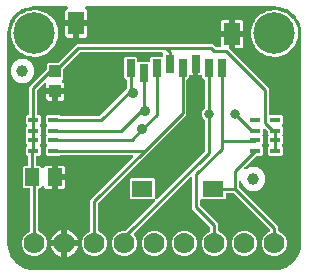
<source format=gbr>
G04 EAGLE Gerber RS-274X export*
G75*
%MOMM*%
%FSLAX34Y34*%
%LPD*%
%INTop Copper*%
%IPPOS*%
%AMOC8*
5,1,8,0,0,1.08239X$1,22.5*%
G01*
%ADD10C,3.516000*%
%ADD11C,1.000000*%
%ADD12R,1.400000X1.900000*%
%ADD13R,1.800000X1.400000*%
%ADD14R,0.700000X1.500000*%
%ADD15C,1.778000*%
%ADD16R,1.240000X1.500000*%
%ADD17R,1.000000X1.075000*%
%ADD18R,0.900000X0.450000*%
%ADD19C,0.906400*%
%ADD20C,0.254000*%
%ADD21C,0.812800*%

G36*
X228622Y2543D02*
X228622Y2543D01*
X228700Y2545D01*
X232077Y2810D01*
X232145Y2824D01*
X232214Y2829D01*
X232370Y2869D01*
X238794Y4956D01*
X238901Y5006D01*
X239012Y5050D01*
X239063Y5083D01*
X239082Y5091D01*
X239097Y5104D01*
X239148Y5136D01*
X244612Y9107D01*
X244699Y9188D01*
X244746Y9227D01*
X244752Y9231D01*
X244753Y9232D01*
X244791Y9264D01*
X244829Y9310D01*
X244844Y9324D01*
X244855Y9342D01*
X244893Y9388D01*
X248864Y14852D01*
X248921Y14956D01*
X248985Y15056D01*
X249007Y15113D01*
X249017Y15131D01*
X249022Y15151D01*
X249044Y15206D01*
X251131Y21630D01*
X251144Y21698D01*
X251167Y21764D01*
X251190Y21923D01*
X251455Y25300D01*
X251455Y25304D01*
X251456Y25307D01*
X251455Y25326D01*
X251459Y25400D01*
X251459Y203200D01*
X251457Y203222D01*
X251455Y203300D01*
X251190Y206677D01*
X251176Y206745D01*
X251171Y206814D01*
X251131Y206970D01*
X249044Y213394D01*
X248993Y213501D01*
X248950Y213612D01*
X248917Y213663D01*
X248909Y213682D01*
X248896Y213697D01*
X248864Y213748D01*
X247171Y216078D01*
X247153Y216097D01*
X247139Y216120D01*
X247044Y216213D01*
X246953Y216309D01*
X246931Y216324D01*
X246912Y216342D01*
X246798Y216408D01*
X246792Y216424D01*
X246789Y216451D01*
X246740Y216575D01*
X246697Y216700D01*
X246682Y216722D01*
X246672Y216747D01*
X246586Y216883D01*
X244893Y219213D01*
X244812Y219299D01*
X244736Y219391D01*
X244690Y219429D01*
X244676Y219444D01*
X244658Y219455D01*
X244612Y219493D01*
X239148Y223464D01*
X239044Y223521D01*
X238944Y223585D01*
X238887Y223607D01*
X238869Y223617D01*
X238849Y223622D01*
X238794Y223644D01*
X232370Y225731D01*
X232302Y225744D01*
X232236Y225767D01*
X232077Y225790D01*
X228700Y226055D01*
X228678Y226054D01*
X228600Y226059D01*
X69210Y226059D01*
X69059Y226040D01*
X68907Y226023D01*
X68901Y226020D01*
X68894Y226019D01*
X68753Y225964D01*
X68610Y225909D01*
X68605Y225905D01*
X68599Y225902D01*
X68476Y225813D01*
X68351Y225725D01*
X68347Y225719D01*
X68341Y225716D01*
X68244Y225598D01*
X68146Y225482D01*
X68143Y225476D01*
X68138Y225471D01*
X68074Y225333D01*
X68007Y225195D01*
X68006Y225189D01*
X68003Y225183D01*
X67974Y225035D01*
X67944Y224884D01*
X67944Y224877D01*
X67943Y224871D01*
X67953Y224718D01*
X67960Y224566D01*
X67962Y224560D01*
X67963Y224553D01*
X68010Y224409D01*
X68055Y224263D01*
X68059Y224257D01*
X68061Y224251D01*
X68142Y224123D01*
X68223Y223992D01*
X68227Y223988D01*
X68231Y223982D01*
X68341Y223878D01*
X68452Y223772D01*
X68458Y223769D01*
X68463Y223764D01*
X68596Y223691D01*
X68729Y223615D01*
X68737Y223613D01*
X68741Y223610D01*
X68751Y223608D01*
X68816Y223586D01*
X69410Y223243D01*
X69883Y222770D01*
X70218Y222191D01*
X70391Y221544D01*
X70391Y214249D01*
X62120Y214249D01*
X62002Y214234D01*
X61883Y214227D01*
X61845Y214214D01*
X61805Y214209D01*
X61694Y214165D01*
X61581Y214129D01*
X61546Y214107D01*
X61509Y214092D01*
X61413Y214022D01*
X61312Y213959D01*
X61284Y213929D01*
X61252Y213905D01*
X61176Y213814D01*
X61094Y213727D01*
X61075Y213692D01*
X61049Y213660D01*
X60998Y213553D01*
X60941Y213449D01*
X60930Y213409D01*
X60913Y213373D01*
X60891Y213256D01*
X60861Y213141D01*
X60857Y213080D01*
X60853Y213060D01*
X60855Y213040D01*
X60851Y212980D01*
X60851Y211709D01*
X60849Y211709D01*
X60849Y212980D01*
X60834Y213098D01*
X60827Y213217D01*
X60814Y213255D01*
X60809Y213295D01*
X60765Y213406D01*
X60729Y213519D01*
X60707Y213554D01*
X60692Y213591D01*
X60622Y213687D01*
X60559Y213788D01*
X60529Y213816D01*
X60505Y213848D01*
X60414Y213924D01*
X60327Y214006D01*
X60292Y214025D01*
X60260Y214051D01*
X60153Y214102D01*
X60049Y214159D01*
X60009Y214170D01*
X59973Y214187D01*
X59856Y214209D01*
X59741Y214239D01*
X59680Y214243D01*
X59660Y214247D01*
X59640Y214245D01*
X59580Y214249D01*
X51309Y214249D01*
X51309Y221544D01*
X51482Y222191D01*
X51817Y222770D01*
X52290Y223243D01*
X52911Y223602D01*
X52961Y223622D01*
X53101Y223678D01*
X53107Y223682D01*
X53113Y223684D01*
X53236Y223776D01*
X53359Y223864D01*
X53363Y223870D01*
X53368Y223874D01*
X53464Y223992D01*
X53562Y224109D01*
X53564Y224116D01*
X53569Y224121D01*
X53632Y224260D01*
X53697Y224397D01*
X53698Y224404D01*
X53701Y224410D01*
X53728Y224561D01*
X53757Y224710D01*
X53757Y224716D01*
X53758Y224723D01*
X53747Y224876D01*
X53737Y225027D01*
X53735Y225033D01*
X53735Y225040D01*
X53686Y225185D01*
X53639Y225329D01*
X53636Y225335D01*
X53633Y225341D01*
X53551Y225468D01*
X53469Y225598D01*
X53464Y225603D01*
X53460Y225608D01*
X53350Y225711D01*
X53237Y225816D01*
X53231Y225819D01*
X53227Y225824D01*
X53093Y225896D01*
X52959Y225970D01*
X52952Y225971D01*
X52946Y225974D01*
X52798Y226011D01*
X52651Y226049D01*
X52642Y226050D01*
X52638Y226051D01*
X52627Y226051D01*
X52490Y226059D01*
X25400Y226059D01*
X25378Y226057D01*
X25300Y226055D01*
X21923Y225790D01*
X21855Y225776D01*
X21786Y225771D01*
X21630Y225731D01*
X18892Y224841D01*
X18867Y224830D01*
X18841Y224824D01*
X18724Y224763D01*
X18604Y224706D01*
X18583Y224689D01*
X18560Y224677D01*
X18462Y224589D01*
X18445Y224588D01*
X18418Y224593D01*
X18286Y224585D01*
X18153Y224583D01*
X18127Y224575D01*
X18101Y224574D01*
X17945Y224534D01*
X15206Y223644D01*
X15099Y223594D01*
X14988Y223550D01*
X14937Y223517D01*
X14918Y223509D01*
X14903Y223496D01*
X14852Y223464D01*
X9388Y219493D01*
X9301Y219412D01*
X9209Y219336D01*
X9171Y219290D01*
X9156Y219276D01*
X9145Y219258D01*
X9107Y219212D01*
X5136Y213748D01*
X5079Y213644D01*
X5015Y213544D01*
X4993Y213487D01*
X4983Y213469D01*
X4978Y213449D01*
X4956Y213394D01*
X2869Y206970D01*
X2856Y206902D01*
X2833Y206836D01*
X2810Y206677D01*
X2545Y203300D01*
X2546Y203278D01*
X2541Y203200D01*
X2541Y25400D01*
X2543Y25378D01*
X2545Y25300D01*
X2810Y21923D01*
X2824Y21855D01*
X2829Y21786D01*
X2869Y21630D01*
X4956Y15206D01*
X5006Y15099D01*
X5050Y14988D01*
X5083Y14937D01*
X5091Y14918D01*
X5104Y14903D01*
X5136Y14852D01*
X9107Y9388D01*
X9127Y9366D01*
X9138Y9348D01*
X9184Y9305D01*
X9188Y9301D01*
X9264Y9209D01*
X9310Y9171D01*
X9324Y9156D01*
X9342Y9145D01*
X9388Y9107D01*
X14596Y5322D01*
X14852Y5136D01*
X14956Y5079D01*
X15056Y5015D01*
X15113Y4993D01*
X15131Y4983D01*
X15151Y4978D01*
X15206Y4956D01*
X21630Y2869D01*
X21698Y2856D01*
X21764Y2833D01*
X21923Y2810D01*
X25300Y2545D01*
X25322Y2546D01*
X25400Y2541D01*
X228600Y2541D01*
X228622Y2543D01*
G37*
%LPC*%
G36*
X23278Y14731D02*
X23278Y14731D01*
X19357Y16355D01*
X16355Y19357D01*
X14731Y23278D01*
X14731Y27522D01*
X16355Y31443D01*
X19357Y34445D01*
X21314Y35255D01*
X21339Y35270D01*
X21367Y35279D01*
X21477Y35348D01*
X21590Y35413D01*
X21611Y35433D01*
X21636Y35449D01*
X21725Y35544D01*
X21818Y35634D01*
X21834Y35659D01*
X21854Y35681D01*
X21917Y35794D01*
X21985Y35905D01*
X21993Y35933D01*
X22008Y35959D01*
X22040Y36085D01*
X22078Y36209D01*
X22080Y36239D01*
X22087Y36267D01*
X22097Y36428D01*
X22097Y70732D01*
X22082Y70850D01*
X22075Y70969D01*
X22062Y71007D01*
X22057Y71048D01*
X22014Y71158D01*
X21977Y71271D01*
X21955Y71306D01*
X21940Y71343D01*
X21871Y71439D01*
X21807Y71540D01*
X21777Y71568D01*
X21754Y71601D01*
X21662Y71677D01*
X21575Y71758D01*
X21540Y71778D01*
X21509Y71803D01*
X21401Y71854D01*
X21297Y71912D01*
X21257Y71922D01*
X21221Y71939D01*
X21104Y71961D01*
X20989Y71991D01*
X20929Y71995D01*
X20909Y71999D01*
X20888Y71997D01*
X20828Y72001D01*
X16583Y72001D01*
X15541Y73043D01*
X15541Y89517D01*
X16583Y90559D01*
X18948Y90559D01*
X19066Y90574D01*
X19185Y90581D01*
X19223Y90594D01*
X19264Y90599D01*
X19374Y90642D01*
X19487Y90679D01*
X19522Y90701D01*
X19559Y90716D01*
X19655Y90785D01*
X19756Y90849D01*
X19784Y90879D01*
X19817Y90902D01*
X19893Y90994D01*
X19974Y91081D01*
X19994Y91116D01*
X20019Y91147D01*
X20070Y91255D01*
X20128Y91359D01*
X20138Y91399D01*
X20155Y91435D01*
X20177Y91552D01*
X20207Y91667D01*
X20211Y91727D01*
X20215Y91747D01*
X20213Y91768D01*
X20217Y91828D01*
X20217Y98542D01*
X20202Y98660D01*
X20195Y98779D01*
X20182Y98817D01*
X20177Y98858D01*
X20134Y98968D01*
X20097Y99081D01*
X20075Y99116D01*
X20060Y99153D01*
X19991Y99249D01*
X19927Y99350D01*
X19897Y99378D01*
X19874Y99411D01*
X19782Y99487D01*
X19695Y99568D01*
X19660Y99588D01*
X19629Y99613D01*
X19521Y99664D01*
X19417Y99722D01*
X19377Y99732D01*
X19350Y99745D01*
X18241Y100853D01*
X18241Y106827D01*
X18857Y107443D01*
X18930Y107537D01*
X19009Y107626D01*
X19027Y107662D01*
X19052Y107694D01*
X19099Y107803D01*
X19153Y107909D01*
X19162Y107948D01*
X19178Y107986D01*
X19197Y108103D01*
X19223Y108219D01*
X19222Y108260D01*
X19228Y108300D01*
X19217Y108418D01*
X19213Y108537D01*
X19202Y108576D01*
X19198Y108616D01*
X19158Y108728D01*
X19125Y108843D01*
X19104Y108878D01*
X19091Y108916D01*
X19024Y109014D01*
X18963Y109117D01*
X18924Y109162D01*
X18912Y109179D01*
X18897Y109192D01*
X18857Y109238D01*
X18241Y109853D01*
X18241Y115827D01*
X18357Y115943D01*
X18430Y116037D01*
X18509Y116126D01*
X18527Y116162D01*
X18552Y116194D01*
X18599Y116303D01*
X18653Y116409D01*
X18662Y116449D01*
X18678Y116486D01*
X18697Y116603D01*
X18723Y116719D01*
X18722Y116760D01*
X18728Y116800D01*
X18717Y116919D01*
X18713Y117037D01*
X18702Y117076D01*
X18698Y117116D01*
X18658Y117229D01*
X18625Y117343D01*
X18604Y117378D01*
X18591Y117416D01*
X18524Y117514D01*
X18463Y117617D01*
X18424Y117662D01*
X18412Y117679D01*
X18397Y117692D01*
X18357Y117738D01*
X18241Y117853D01*
X18241Y123827D01*
X18857Y124442D01*
X18930Y124536D01*
X19009Y124626D01*
X19027Y124662D01*
X19052Y124694D01*
X19099Y124803D01*
X19153Y124909D01*
X19162Y124948D01*
X19178Y124986D01*
X19197Y125103D01*
X19223Y125219D01*
X19222Y125260D01*
X19228Y125300D01*
X19217Y125418D01*
X19213Y125537D01*
X19202Y125576D01*
X19198Y125616D01*
X19158Y125729D01*
X19125Y125843D01*
X19104Y125877D01*
X19091Y125916D01*
X19024Y126014D01*
X18963Y126117D01*
X18924Y126162D01*
X18912Y126179D01*
X18897Y126192D01*
X18857Y126237D01*
X18241Y126853D01*
X18241Y132827D01*
X19283Y133869D01*
X19948Y133869D01*
X20066Y133884D01*
X20185Y133891D01*
X20223Y133904D01*
X20264Y133909D01*
X20374Y133952D01*
X20487Y133989D01*
X20522Y134011D01*
X20559Y134026D01*
X20655Y134095D01*
X20756Y134159D01*
X20784Y134189D01*
X20817Y134212D01*
X20893Y134304D01*
X20974Y134391D01*
X20994Y134426D01*
X21019Y134457D01*
X21070Y134565D01*
X21128Y134669D01*
X21138Y134709D01*
X21155Y134745D01*
X21177Y134862D01*
X21207Y134977D01*
X21211Y135037D01*
X21215Y135057D01*
X21213Y135078D01*
X21217Y135138D01*
X21217Y157968D01*
X23523Y160274D01*
X23524Y160274D01*
X36030Y172780D01*
X36090Y172859D01*
X36158Y172931D01*
X36187Y172984D01*
X36224Y173032D01*
X36264Y173123D01*
X36312Y173209D01*
X36327Y173268D01*
X36351Y173323D01*
X36366Y173421D01*
X36391Y173517D01*
X36397Y173617D01*
X36401Y173638D01*
X36399Y173650D01*
X36401Y173678D01*
X36401Y177172D01*
X37443Y178214D01*
X45137Y178214D01*
X45235Y178226D01*
X45334Y178229D01*
X45393Y178246D01*
X45453Y178254D01*
X45545Y178290D01*
X45640Y178318D01*
X45692Y178348D01*
X45748Y178371D01*
X45829Y178429D01*
X45914Y178479D01*
X45989Y178545D01*
X46006Y178557D01*
X46014Y178567D01*
X46035Y178585D01*
X58946Y191496D01*
X61252Y193803D01*
X176628Y193803D01*
X178796Y191634D01*
X178875Y191574D01*
X178947Y191506D01*
X179000Y191477D01*
X179048Y191440D01*
X179139Y191400D01*
X179225Y191352D01*
X179284Y191337D01*
X179339Y191313D01*
X179437Y191298D01*
X179533Y191273D01*
X179633Y191267D01*
X179654Y191263D01*
X179666Y191265D01*
X179694Y191263D01*
X182087Y191263D01*
X182212Y191279D01*
X182337Y191288D01*
X182369Y191298D01*
X182403Y191303D01*
X182520Y191349D01*
X182639Y191389D01*
X182667Y191407D01*
X182699Y191420D01*
X182800Y191493D01*
X182906Y191562D01*
X182929Y191587D01*
X182956Y191606D01*
X183036Y191703D01*
X183121Y191796D01*
X183137Y191825D01*
X183159Y191851D01*
X183212Y191965D01*
X183272Y192076D01*
X183280Y192109D01*
X183294Y192139D01*
X183318Y192262D01*
X183348Y192385D01*
X183348Y192418D01*
X183354Y192451D01*
X183346Y192577D01*
X183345Y192703D01*
X183335Y192751D01*
X183334Y192769D01*
X183328Y192789D01*
X183313Y192861D01*
X183309Y192876D01*
X183309Y200171D01*
X190311Y200171D01*
X190311Y190806D01*
X190323Y190708D01*
X190326Y190609D01*
X190343Y190550D01*
X190351Y190490D01*
X190387Y190398D01*
X190415Y190303D01*
X190445Y190251D01*
X190468Y190195D01*
X190526Y190114D01*
X190576Y190029D01*
X190643Y189954D01*
X190655Y189937D01*
X190664Y189929D01*
X190683Y189908D01*
X224283Y156308D01*
X224283Y135138D01*
X224298Y135020D01*
X224305Y134901D01*
X224318Y134863D01*
X224323Y134822D01*
X224366Y134712D01*
X224403Y134599D01*
X224425Y134564D01*
X224440Y134527D01*
X224509Y134431D01*
X224573Y134330D01*
X224603Y134302D01*
X224626Y134269D01*
X224718Y134193D01*
X224805Y134112D01*
X224840Y134092D01*
X224871Y134067D01*
X224979Y134016D01*
X225083Y133958D01*
X225123Y133948D01*
X225159Y133931D01*
X225276Y133909D01*
X225391Y133879D01*
X225451Y133875D01*
X225471Y133871D01*
X225492Y133873D01*
X225552Y133869D01*
X234717Y133869D01*
X235759Y132827D01*
X235759Y126853D01*
X235143Y126238D01*
X235070Y126144D01*
X234991Y126054D01*
X234973Y126018D01*
X234948Y125986D01*
X234901Y125877D01*
X234847Y125771D01*
X234838Y125732D01*
X234822Y125694D01*
X234803Y125577D01*
X234777Y125461D01*
X234778Y125420D01*
X234772Y125380D01*
X234783Y125262D01*
X234787Y125143D01*
X234798Y125104D01*
X234802Y125064D01*
X234842Y124951D01*
X234875Y124837D01*
X234896Y124803D01*
X234909Y124764D01*
X234976Y124666D01*
X235037Y124563D01*
X235076Y124518D01*
X235088Y124501D01*
X235103Y124488D01*
X235143Y124443D01*
X235759Y123827D01*
X235759Y117853D01*
X235643Y117737D01*
X235570Y117643D01*
X235491Y117554D01*
X235473Y117518D01*
X235448Y117486D01*
X235401Y117377D01*
X235347Y117271D01*
X235338Y117231D01*
X235322Y117194D01*
X235303Y117077D01*
X235277Y116961D01*
X235278Y116920D01*
X235272Y116880D01*
X235283Y116761D01*
X235287Y116643D01*
X235298Y116604D01*
X235302Y116564D01*
X235342Y116451D01*
X235375Y116337D01*
X235396Y116302D01*
X235409Y116264D01*
X235476Y116166D01*
X235537Y116063D01*
X235576Y116018D01*
X235588Y116001D01*
X235603Y115988D01*
X235643Y115942D01*
X235759Y115827D01*
X235759Y109853D01*
X235143Y109237D01*
X235070Y109143D01*
X234991Y109054D01*
X234973Y109018D01*
X234948Y108986D01*
X234901Y108877D01*
X234847Y108771D01*
X234838Y108732D01*
X234822Y108694D01*
X234803Y108577D01*
X234777Y108461D01*
X234778Y108420D01*
X234772Y108380D01*
X234783Y108262D01*
X234787Y108143D01*
X234798Y108104D01*
X234802Y108064D01*
X234842Y107952D01*
X234875Y107837D01*
X234896Y107802D01*
X234909Y107764D01*
X234976Y107666D01*
X235037Y107563D01*
X235076Y107518D01*
X235088Y107501D01*
X235103Y107488D01*
X235143Y107442D01*
X235759Y106827D01*
X235759Y100853D01*
X234717Y99811D01*
X224243Y99811D01*
X223201Y100853D01*
X223201Y106827D01*
X223817Y107442D01*
X223890Y107536D01*
X223969Y107626D01*
X223987Y107662D01*
X224012Y107694D01*
X224059Y107803D01*
X224113Y107909D01*
X224122Y107948D01*
X224138Y107986D01*
X224157Y108103D01*
X224183Y108219D01*
X224182Y108260D01*
X224188Y108300D01*
X224177Y108418D01*
X224173Y108537D01*
X224162Y108576D01*
X224158Y108616D01*
X224118Y108729D01*
X224085Y108843D01*
X224064Y108877D01*
X224051Y108916D01*
X223984Y109014D01*
X223923Y109117D01*
X223884Y109162D01*
X223872Y109179D01*
X223857Y109192D01*
X223817Y109237D01*
X223201Y109853D01*
X223201Y115827D01*
X223317Y115942D01*
X223390Y116037D01*
X223469Y116126D01*
X223487Y116162D01*
X223512Y116194D01*
X223559Y116303D01*
X223613Y116409D01*
X223622Y116448D01*
X223638Y116486D01*
X223657Y116603D01*
X223683Y116719D01*
X223682Y116760D01*
X223688Y116800D01*
X223677Y116918D01*
X223673Y117037D01*
X223662Y117076D01*
X223658Y117116D01*
X223618Y117228D01*
X223585Y117343D01*
X223564Y117378D01*
X223551Y117416D01*
X223484Y117514D01*
X223423Y117617D01*
X223384Y117662D01*
X223372Y117679D01*
X223357Y117692D01*
X223317Y117737D01*
X223201Y117853D01*
X223201Y119502D01*
X223189Y119601D01*
X223186Y119700D01*
X223169Y119758D01*
X223161Y119818D01*
X223125Y119910D01*
X223097Y120005D01*
X223067Y120057D01*
X223044Y120114D01*
X222986Y120194D01*
X222936Y120279D01*
X222870Y120355D01*
X222858Y120371D01*
X222848Y120379D01*
X222830Y120400D01*
X220925Y122304D01*
X220816Y122389D01*
X220709Y122478D01*
X220690Y122487D01*
X220674Y122499D01*
X220546Y122554D01*
X220421Y122613D01*
X220401Y122617D01*
X220382Y122625D01*
X220244Y122647D01*
X220108Y122673D01*
X220088Y122672D01*
X220068Y122675D01*
X219929Y122662D01*
X219791Y122653D01*
X219772Y122647D01*
X219752Y122645D01*
X219620Y122598D01*
X219489Y122555D01*
X219471Y122545D01*
X219452Y122538D01*
X219337Y122460D01*
X219220Y122385D01*
X219206Y122370D01*
X219189Y122359D01*
X219097Y122255D01*
X219002Y122154D01*
X218992Y122136D01*
X218979Y122121D01*
X218915Y121997D01*
X218848Y121875D01*
X218843Y121856D01*
X218834Y121837D01*
X218804Y121702D01*
X218769Y121567D01*
X218767Y121539D01*
X218764Y121527D01*
X218765Y121507D01*
X218759Y121407D01*
X218759Y117853D01*
X218643Y117737D01*
X218570Y117643D01*
X218491Y117554D01*
X218473Y117518D01*
X218448Y117486D01*
X218401Y117377D01*
X218347Y117271D01*
X218338Y117231D01*
X218322Y117194D01*
X218303Y117077D01*
X218277Y116961D01*
X218278Y116920D01*
X218272Y116880D01*
X218283Y116761D01*
X218287Y116643D01*
X218298Y116604D01*
X218302Y116564D01*
X218342Y116451D01*
X218375Y116337D01*
X218396Y116302D01*
X218409Y116264D01*
X218476Y116166D01*
X218537Y116063D01*
X218576Y116018D01*
X218588Y116001D01*
X218603Y115988D01*
X218643Y115942D01*
X218759Y115827D01*
X218759Y109853D01*
X218143Y109237D01*
X218070Y109143D01*
X217991Y109054D01*
X217973Y109018D01*
X217948Y108986D01*
X217901Y108877D01*
X217847Y108771D01*
X217838Y108732D01*
X217822Y108694D01*
X217803Y108577D01*
X217777Y108461D01*
X217778Y108420D01*
X217772Y108380D01*
X217783Y108262D01*
X217787Y108143D01*
X217798Y108104D01*
X217802Y108064D01*
X217842Y107952D01*
X217875Y107837D01*
X217896Y107802D01*
X217909Y107764D01*
X217976Y107666D01*
X218037Y107563D01*
X218076Y107518D01*
X218088Y107501D01*
X218103Y107488D01*
X218143Y107442D01*
X218759Y106827D01*
X218759Y100853D01*
X217717Y99811D01*
X213648Y99811D01*
X213550Y99799D01*
X213451Y99796D01*
X213392Y99779D01*
X213332Y99771D01*
X213240Y99735D01*
X213145Y99707D01*
X213093Y99677D01*
X213037Y99654D01*
X212957Y99596D01*
X212871Y99546D01*
X212796Y99480D01*
X212779Y99468D01*
X212771Y99458D01*
X212750Y99440D01*
X203556Y90245D01*
X203462Y90124D01*
X203368Y90005D01*
X203365Y89999D01*
X203361Y89994D01*
X203300Y89853D01*
X203239Y89715D01*
X203237Y89708D01*
X203235Y89702D01*
X203211Y89551D01*
X203185Y89401D01*
X203186Y89395D01*
X203185Y89388D01*
X203199Y89236D01*
X203212Y89084D01*
X203214Y89078D01*
X203215Y89071D01*
X203266Y88928D01*
X203316Y88784D01*
X203320Y88778D01*
X203322Y88772D01*
X203407Y88647D01*
X203492Y88519D01*
X203497Y88515D01*
X203501Y88509D01*
X203615Y88408D01*
X203728Y88306D01*
X203734Y88303D01*
X203739Y88298D01*
X203876Y88229D01*
X204010Y88159D01*
X204016Y88157D01*
X204023Y88154D01*
X204171Y88120D01*
X204319Y88086D01*
X204326Y88086D01*
X204333Y88084D01*
X204486Y88089D01*
X204637Y88092D01*
X204644Y88094D01*
X204651Y88094D01*
X204797Y88136D01*
X204944Y88177D01*
X204952Y88181D01*
X204956Y88182D01*
X204965Y88188D01*
X205088Y88249D01*
X208140Y90011D01*
X213500Y90011D01*
X218141Y87331D01*
X220821Y82690D01*
X220821Y77330D01*
X218141Y72689D01*
X213500Y70009D01*
X208140Y70009D01*
X203499Y72689D01*
X200661Y77604D01*
X200573Y77720D01*
X200488Y77838D01*
X200477Y77847D01*
X200469Y77857D01*
X200355Y77948D01*
X200243Y78041D01*
X200230Y78047D01*
X200220Y78055D01*
X200086Y78115D01*
X199955Y78176D01*
X199942Y78179D01*
X199929Y78185D01*
X199785Y78209D01*
X199642Y78236D01*
X199629Y78235D01*
X199616Y78238D01*
X199470Y78225D01*
X199325Y78216D01*
X199312Y78212D01*
X199299Y78211D01*
X199161Y78163D01*
X199023Y78118D01*
X199011Y78111D01*
X198998Y78107D01*
X198877Y78026D01*
X198754Y77948D01*
X198745Y77938D01*
X198733Y77931D01*
X198636Y77823D01*
X198536Y77717D01*
X198529Y77705D01*
X198520Y77695D01*
X198453Y77566D01*
X198382Y77438D01*
X198379Y77425D01*
X198373Y77413D01*
X198339Y77271D01*
X198303Y77130D01*
X198302Y77112D01*
X198300Y77104D01*
X198300Y77086D01*
X198293Y76970D01*
X198293Y73604D01*
X198305Y73506D01*
X198308Y73407D01*
X198315Y73383D01*
X198315Y73382D01*
X198317Y73375D01*
X198325Y73348D01*
X198333Y73288D01*
X198369Y73196D01*
X198397Y73101D01*
X198427Y73049D01*
X198450Y72993D01*
X198508Y72913D01*
X198558Y72827D01*
X198624Y72752D01*
X198636Y72735D01*
X198646Y72727D01*
X198664Y72706D01*
X229596Y41774D01*
X231903Y39468D01*
X231903Y36428D01*
X231906Y36399D01*
X231904Y36369D01*
X231926Y36241D01*
X231943Y36112D01*
X231953Y36085D01*
X231958Y36056D01*
X232012Y35937D01*
X232060Y35817D01*
X232077Y35793D01*
X232089Y35766D01*
X232170Y35664D01*
X232246Y35559D01*
X232269Y35540D01*
X232288Y35517D01*
X232391Y35439D01*
X232491Y35356D01*
X232518Y35344D01*
X232542Y35326D01*
X232686Y35255D01*
X234643Y34445D01*
X237645Y31443D01*
X239269Y27522D01*
X239269Y23278D01*
X237645Y19357D01*
X234643Y16355D01*
X230722Y14731D01*
X226478Y14731D01*
X222557Y16355D01*
X219555Y19357D01*
X217931Y23278D01*
X217931Y27522D01*
X219555Y31443D01*
X222557Y34445D01*
X224357Y35190D01*
X224400Y35215D01*
X224447Y35232D01*
X224538Y35293D01*
X224633Y35348D01*
X224669Y35382D01*
X224710Y35410D01*
X224783Y35493D01*
X224862Y35569D01*
X224888Y35611D01*
X224921Y35649D01*
X224971Y35747D01*
X225028Y35840D01*
X225043Y35888D01*
X225065Y35932D01*
X225089Y36039D01*
X225122Y36144D01*
X225124Y36194D01*
X225135Y36242D01*
X225132Y36352D01*
X225137Y36462D01*
X225127Y36510D01*
X225125Y36560D01*
X225095Y36666D01*
X225072Y36773D01*
X225051Y36818D01*
X225037Y36866D01*
X224981Y36960D01*
X224933Y37059D01*
X224901Y37097D01*
X224875Y37140D01*
X224769Y37260D01*
X193994Y68036D01*
X193915Y68096D01*
X193843Y68164D01*
X193790Y68193D01*
X193742Y68230D01*
X193651Y68270D01*
X193565Y68318D01*
X193506Y68333D01*
X193451Y68357D01*
X193353Y68372D01*
X193257Y68397D01*
X193157Y68403D01*
X193137Y68407D01*
X193124Y68405D01*
X193096Y68407D01*
X188898Y68407D01*
X188780Y68392D01*
X188661Y68385D01*
X188623Y68372D01*
X188582Y68367D01*
X188472Y68324D01*
X188359Y68287D01*
X188324Y68265D01*
X188287Y68250D01*
X188191Y68181D01*
X188090Y68117D01*
X188062Y68087D01*
X188029Y68064D01*
X187953Y67972D01*
X187872Y67885D01*
X187852Y67850D01*
X187827Y67819D01*
X187776Y67711D01*
X187718Y67607D01*
X187708Y67567D01*
X187691Y67531D01*
X187669Y67414D01*
X187639Y67299D01*
X187635Y67239D01*
X187631Y67219D01*
X187633Y67198D01*
X187629Y67138D01*
X187629Y63973D01*
X186587Y62931D01*
X167132Y62931D01*
X167014Y62916D01*
X166895Y62909D01*
X166857Y62896D01*
X166816Y62891D01*
X166706Y62848D01*
X166593Y62811D01*
X166558Y62789D01*
X166521Y62774D01*
X166425Y62705D01*
X166324Y62641D01*
X166296Y62611D01*
X166263Y62588D01*
X166187Y62496D01*
X166106Y62409D01*
X166086Y62374D01*
X166061Y62343D01*
X166010Y62235D01*
X165952Y62131D01*
X165942Y62091D01*
X165925Y62055D01*
X165903Y61938D01*
X165873Y61823D01*
X165869Y61763D01*
X165865Y61743D01*
X165867Y61722D01*
X165863Y61662D01*
X165863Y57774D01*
X165875Y57676D01*
X165878Y57577D01*
X165895Y57518D01*
X165903Y57458D01*
X165939Y57366D01*
X165967Y57271D01*
X165997Y57219D01*
X166020Y57163D01*
X166078Y57083D01*
X166128Y56997D01*
X166194Y56922D01*
X166206Y56905D01*
X166216Y56897D01*
X166234Y56876D01*
X181103Y42008D01*
X181103Y36428D01*
X181106Y36399D01*
X181104Y36369D01*
X181126Y36241D01*
X181143Y36112D01*
X181153Y36085D01*
X181158Y36056D01*
X181212Y35937D01*
X181260Y35817D01*
X181277Y35793D01*
X181289Y35766D01*
X181370Y35664D01*
X181446Y35559D01*
X181469Y35540D01*
X181488Y35517D01*
X181591Y35439D01*
X181691Y35356D01*
X181718Y35344D01*
X181742Y35326D01*
X181886Y35255D01*
X183843Y34445D01*
X186845Y31443D01*
X188469Y27522D01*
X188469Y23278D01*
X186845Y19357D01*
X183843Y16355D01*
X179922Y14731D01*
X175678Y14731D01*
X171757Y16355D01*
X168755Y19357D01*
X167131Y23278D01*
X167131Y27522D01*
X168755Y31443D01*
X171757Y34445D01*
X173714Y35255D01*
X173739Y35270D01*
X173767Y35279D01*
X173877Y35348D01*
X173990Y35413D01*
X174011Y35433D01*
X174036Y35449D01*
X174125Y35544D01*
X174218Y35634D01*
X174234Y35659D01*
X174254Y35681D01*
X174317Y35794D01*
X174385Y35905D01*
X174393Y35933D01*
X174408Y35959D01*
X174440Y36085D01*
X174478Y36209D01*
X174480Y36239D01*
X174487Y36267D01*
X174497Y36428D01*
X174497Y38746D01*
X174485Y38844D01*
X174482Y38943D01*
X174465Y39002D01*
X174457Y39062D01*
X174421Y39154D01*
X174393Y39249D01*
X174363Y39301D01*
X174340Y39357D01*
X174282Y39437D01*
X174232Y39523D01*
X174166Y39598D01*
X174154Y39615D01*
X174144Y39623D01*
X174126Y39644D01*
X159257Y54512D01*
X159257Y80402D01*
X159240Y80540D01*
X159227Y80679D01*
X159220Y80698D01*
X159217Y80718D01*
X159166Y80847D01*
X159119Y80978D01*
X159108Y80995D01*
X159100Y81013D01*
X159019Y81126D01*
X158941Y81241D01*
X158925Y81254D01*
X158914Y81271D01*
X158806Y81360D01*
X158702Y81452D01*
X158684Y81461D01*
X158669Y81474D01*
X158543Y81533D01*
X158419Y81596D01*
X158399Y81601D01*
X158381Y81609D01*
X158245Y81635D01*
X158109Y81666D01*
X158088Y81665D01*
X158069Y81669D01*
X157930Y81660D01*
X157791Y81656D01*
X157771Y81650D01*
X157751Y81649D01*
X157619Y81606D01*
X157485Y81568D01*
X157468Y81557D01*
X157449Y81551D01*
X157331Y81477D01*
X157211Y81406D01*
X157190Y81388D01*
X157180Y81381D01*
X157166Y81366D01*
X157091Y81300D01*
X109837Y34046D01*
X109764Y33952D01*
X109685Y33863D01*
X109667Y33827D01*
X109642Y33795D01*
X109594Y33685D01*
X109540Y33579D01*
X109532Y33540D01*
X109516Y33503D01*
X109497Y33385D01*
X109471Y33269D01*
X109472Y33229D01*
X109466Y33189D01*
X109477Y33070D01*
X109480Y32951D01*
X109492Y32912D01*
X109495Y32872D01*
X109536Y32760D01*
X109569Y32646D01*
X109589Y32611D01*
X109603Y32573D01*
X109670Y32474D01*
X109730Y32372D01*
X109770Y32327D01*
X109782Y32310D01*
X109797Y32296D01*
X109837Y32251D01*
X110645Y31443D01*
X112269Y27522D01*
X112269Y23278D01*
X110645Y19357D01*
X107643Y16355D01*
X103722Y14731D01*
X99478Y14731D01*
X95557Y16355D01*
X92555Y19357D01*
X90931Y23278D01*
X90931Y27522D01*
X92555Y31443D01*
X95557Y34445D01*
X99478Y36069D01*
X101992Y36069D01*
X102090Y36081D01*
X102189Y36084D01*
X102248Y36101D01*
X102308Y36109D01*
X102400Y36145D01*
X102495Y36173D01*
X102547Y36203D01*
X102603Y36226D01*
X102683Y36284D01*
X102769Y36334D01*
X102844Y36400D01*
X102861Y36412D01*
X102869Y36422D01*
X102890Y36440D01*
X127214Y60765D01*
X127299Y60874D01*
X127388Y60981D01*
X127396Y61000D01*
X127409Y61016D01*
X127464Y61144D01*
X127523Y61269D01*
X127527Y61289D01*
X127535Y61308D01*
X127557Y61446D01*
X127583Y61582D01*
X127582Y61602D01*
X127585Y61622D01*
X127572Y61761D01*
X127563Y61899D01*
X127557Y61918D01*
X127555Y61938D01*
X127508Y62070D01*
X127465Y62201D01*
X127454Y62219D01*
X127447Y62238D01*
X127370Y62352D01*
X127295Y62470D01*
X127280Y62484D01*
X127269Y62501D01*
X127165Y62593D01*
X127063Y62688D01*
X127046Y62698D01*
X127030Y62711D01*
X126907Y62774D01*
X126785Y62842D01*
X126765Y62847D01*
X126747Y62856D01*
X126611Y62886D01*
X126477Y62921D01*
X126449Y62923D01*
X126437Y62926D01*
X126416Y62925D01*
X126316Y62931D01*
X107113Y62931D01*
X106071Y63973D01*
X106071Y79447D01*
X107113Y80489D01*
X126587Y80489D01*
X127629Y79447D01*
X127629Y64244D01*
X127646Y64106D01*
X127659Y63967D01*
X127666Y63948D01*
X127669Y63928D01*
X127720Y63799D01*
X127767Y63668D01*
X127778Y63651D01*
X127786Y63633D01*
X127867Y63520D01*
X127945Y63405D01*
X127961Y63392D01*
X127972Y63375D01*
X128080Y63287D01*
X128184Y63194D01*
X128202Y63185D01*
X128217Y63172D01*
X128343Y63113D01*
X128467Y63050D01*
X128487Y63045D01*
X128505Y63037D01*
X128641Y63011D01*
X128777Y62980D01*
X128798Y62981D01*
X128817Y62977D01*
X128956Y62986D01*
X129095Y62990D01*
X129115Y62996D01*
X129135Y62997D01*
X129267Y63040D01*
X129401Y63078D01*
X129418Y63089D01*
X129437Y63095D01*
X129555Y63169D01*
X129675Y63240D01*
X129696Y63258D01*
X129706Y63265D01*
X129720Y63280D01*
X129795Y63346D01*
X169176Y102726D01*
X169236Y102805D01*
X169304Y102877D01*
X169333Y102930D01*
X169370Y102978D01*
X169410Y103069D01*
X169458Y103155D01*
X169473Y103214D01*
X169497Y103269D01*
X169512Y103367D01*
X169537Y103463D01*
X169543Y103563D01*
X169547Y103584D01*
X169545Y103596D01*
X169547Y103624D01*
X169547Y129134D01*
X169535Y129232D01*
X169532Y129331D01*
X169515Y129390D01*
X169507Y129450D01*
X169471Y129542D01*
X169443Y129637D01*
X169413Y129689D01*
X169390Y129745D01*
X169332Y129825D01*
X169282Y129911D01*
X169216Y129986D01*
X169204Y130003D01*
X169194Y130010D01*
X169176Y130032D01*
X167897Y131310D01*
X167007Y133458D01*
X167007Y135782D01*
X167897Y137930D01*
X169176Y139208D01*
X169236Y139287D01*
X169304Y139359D01*
X169333Y139412D01*
X169370Y139460D01*
X169410Y139551D01*
X169458Y139637D01*
X169473Y139696D01*
X169497Y139752D01*
X169512Y139849D01*
X169537Y139945D01*
X169543Y140045D01*
X169547Y140066D01*
X169545Y140078D01*
X169547Y140106D01*
X169547Y163162D01*
X169532Y163280D01*
X169525Y163399D01*
X169512Y163437D01*
X169507Y163478D01*
X169464Y163588D01*
X169427Y163701D01*
X169405Y163736D01*
X169390Y163773D01*
X169321Y163869D01*
X169257Y163970D01*
X169227Y163998D01*
X169204Y164031D01*
X169112Y164107D01*
X169025Y164188D01*
X168990Y164208D01*
X168959Y164233D01*
X168851Y164284D01*
X168747Y164342D01*
X168707Y164352D01*
X168680Y164365D01*
X167571Y165473D01*
X167571Y166521D01*
X167556Y166645D01*
X167546Y166771D01*
X167536Y166803D01*
X167531Y166836D01*
X167485Y166953D01*
X167445Y167072D01*
X167427Y167101D01*
X167414Y167132D01*
X167340Y167234D01*
X167272Y167339D01*
X167247Y167362D01*
X167228Y167389D01*
X167131Y167469D01*
X167038Y167555D01*
X167009Y167571D01*
X166983Y167592D01*
X166869Y167646D01*
X166758Y167705D01*
X166725Y167713D01*
X166695Y167728D01*
X166571Y167751D01*
X166449Y167781D01*
X166416Y167781D01*
X166383Y167787D01*
X166257Y167780D01*
X166131Y167778D01*
X166083Y167769D01*
X166065Y167768D01*
X166045Y167761D01*
X165974Y167747D01*
X165685Y167669D01*
X163599Y167669D01*
X163599Y177230D01*
X163584Y177348D01*
X163577Y177467D01*
X163564Y177505D01*
X163559Y177545D01*
X163516Y177656D01*
X163479Y177769D01*
X163457Y177803D01*
X163442Y177841D01*
X163373Y177937D01*
X163309Y178038D01*
X163279Y178066D01*
X163256Y178098D01*
X163164Y178174D01*
X163077Y178256D01*
X163042Y178275D01*
X163011Y178301D01*
X162903Y178352D01*
X162799Y178409D01*
X162759Y178419D01*
X162723Y178437D01*
X162606Y178459D01*
X162491Y178489D01*
X162431Y178493D01*
X162411Y178496D01*
X162390Y178495D01*
X162330Y178499D01*
X161370Y178499D01*
X161252Y178484D01*
X161133Y178477D01*
X161095Y178464D01*
X161054Y178459D01*
X160944Y178415D01*
X160831Y178379D01*
X160796Y178357D01*
X160759Y178342D01*
X160662Y178272D01*
X160562Y178209D01*
X160534Y178179D01*
X160501Y178155D01*
X160425Y178064D01*
X160344Y177977D01*
X160324Y177942D01*
X160299Y177910D01*
X160248Y177803D01*
X160190Y177698D01*
X160180Y177659D01*
X160163Y177623D01*
X160141Y177506D01*
X160111Y177390D01*
X160107Y177330D01*
X160103Y177310D01*
X160105Y177290D01*
X160101Y177230D01*
X160101Y167669D01*
X158016Y167669D01*
X157727Y167747D01*
X157602Y167764D01*
X157478Y167787D01*
X157445Y167785D01*
X157411Y167790D01*
X157286Y167775D01*
X157161Y167768D01*
X157129Y167757D01*
X157096Y167753D01*
X156978Y167708D01*
X156859Y167670D01*
X156830Y167652D01*
X156799Y167640D01*
X156696Y167567D01*
X156590Y167499D01*
X156567Y167475D01*
X156539Y167455D01*
X156458Y167360D01*
X156372Y167268D01*
X156356Y167238D01*
X156334Y167213D01*
X156279Y167100D01*
X156218Y166989D01*
X156210Y166957D01*
X156195Y166926D01*
X156170Y166803D01*
X156139Y166681D01*
X156136Y166633D01*
X156132Y166615D01*
X156133Y166593D01*
X156129Y166521D01*
X156129Y165473D01*
X155008Y164352D01*
X154996Y164348D01*
X154883Y164311D01*
X154848Y164289D01*
X154811Y164274D01*
X154715Y164205D01*
X154614Y164141D01*
X154586Y164111D01*
X154553Y164088D01*
X154477Y163996D01*
X154396Y163909D01*
X154376Y163874D01*
X154351Y163843D01*
X154300Y163735D01*
X154242Y163631D01*
X154232Y163591D01*
X154215Y163555D01*
X154193Y163438D01*
X154163Y163323D01*
X154159Y163263D01*
X154155Y163243D01*
X154157Y163222D01*
X154153Y163162D01*
X154153Y134242D01*
X79874Y59964D01*
X79814Y59885D01*
X79746Y59813D01*
X79717Y59760D01*
X79680Y59712D01*
X79640Y59621D01*
X79592Y59535D01*
X79577Y59476D01*
X79553Y59421D01*
X79538Y59323D01*
X79513Y59227D01*
X79507Y59127D01*
X79503Y59106D01*
X79505Y59094D01*
X79503Y59066D01*
X79503Y36428D01*
X79506Y36399D01*
X79504Y36369D01*
X79526Y36241D01*
X79543Y36112D01*
X79553Y36085D01*
X79558Y36056D01*
X79612Y35937D01*
X79660Y35817D01*
X79677Y35793D01*
X79689Y35766D01*
X79770Y35664D01*
X79846Y35559D01*
X79869Y35540D01*
X79888Y35517D01*
X79991Y35439D01*
X80091Y35356D01*
X80118Y35344D01*
X80142Y35326D01*
X80286Y35255D01*
X82243Y34445D01*
X85245Y31443D01*
X86869Y27522D01*
X86869Y23278D01*
X85245Y19357D01*
X82243Y16355D01*
X78322Y14731D01*
X74078Y14731D01*
X70157Y16355D01*
X67155Y19357D01*
X65531Y23278D01*
X65531Y27522D01*
X67155Y31443D01*
X70157Y34445D01*
X72114Y35255D01*
X72139Y35270D01*
X72167Y35279D01*
X72277Y35348D01*
X72390Y35413D01*
X72411Y35433D01*
X72436Y35449D01*
X72525Y35544D01*
X72618Y35634D01*
X72634Y35659D01*
X72654Y35681D01*
X72717Y35794D01*
X72785Y35905D01*
X72793Y35933D01*
X72808Y35959D01*
X72840Y36085D01*
X72878Y36209D01*
X72880Y36239D01*
X72887Y36267D01*
X72897Y36428D01*
X72897Y62328D01*
X108940Y98371D01*
X109025Y98480D01*
X109114Y98587D01*
X109122Y98606D01*
X109135Y98622D01*
X109190Y98750D01*
X109249Y98875D01*
X109253Y98895D01*
X109261Y98914D01*
X109283Y99052D01*
X109309Y99188D01*
X109308Y99208D01*
X109311Y99228D01*
X109298Y99367D01*
X109289Y99505D01*
X109283Y99524D01*
X109281Y99544D01*
X109234Y99676D01*
X109191Y99807D01*
X109180Y99825D01*
X109173Y99844D01*
X109095Y99959D01*
X109021Y100076D01*
X109006Y100090D01*
X108995Y100107D01*
X108891Y100199D01*
X108789Y100294D01*
X108772Y100304D01*
X108756Y100317D01*
X108633Y100380D01*
X108511Y100448D01*
X108491Y100453D01*
X108473Y100462D01*
X108337Y100492D01*
X108203Y100527D01*
X108175Y100529D01*
X108163Y100532D01*
X108142Y100531D01*
X108042Y100537D01*
X48009Y100537D01*
X47910Y100525D01*
X47811Y100522D01*
X47753Y100505D01*
X47693Y100497D01*
X47601Y100461D01*
X47506Y100433D01*
X47454Y100403D01*
X47397Y100380D01*
X47317Y100322D01*
X47232Y100272D01*
X47156Y100206D01*
X47140Y100194D01*
X47132Y100184D01*
X47111Y100166D01*
X46757Y99811D01*
X36283Y99811D01*
X35241Y100853D01*
X35241Y106827D01*
X35857Y107443D01*
X35930Y107537D01*
X36009Y107626D01*
X36027Y107662D01*
X36052Y107694D01*
X36099Y107803D01*
X36153Y107909D01*
X36162Y107948D01*
X36178Y107986D01*
X36197Y108103D01*
X36223Y108219D01*
X36222Y108260D01*
X36228Y108300D01*
X36217Y108418D01*
X36213Y108537D01*
X36202Y108576D01*
X36198Y108616D01*
X36158Y108728D01*
X36125Y108843D01*
X36104Y108878D01*
X36091Y108916D01*
X36024Y109014D01*
X35963Y109117D01*
X35924Y109162D01*
X35912Y109179D01*
X35897Y109192D01*
X35857Y109238D01*
X35241Y109853D01*
X35241Y115827D01*
X35357Y115943D01*
X35430Y116037D01*
X35509Y116126D01*
X35527Y116162D01*
X35552Y116194D01*
X35599Y116303D01*
X35653Y116409D01*
X35662Y116449D01*
X35678Y116486D01*
X35697Y116603D01*
X35723Y116719D01*
X35722Y116760D01*
X35728Y116800D01*
X35717Y116919D01*
X35713Y117037D01*
X35702Y117076D01*
X35698Y117116D01*
X35658Y117229D01*
X35625Y117343D01*
X35604Y117378D01*
X35591Y117416D01*
X35524Y117514D01*
X35463Y117617D01*
X35424Y117662D01*
X35412Y117679D01*
X35397Y117692D01*
X35357Y117738D01*
X35241Y117853D01*
X35241Y123827D01*
X35857Y124443D01*
X35930Y124537D01*
X36009Y124626D01*
X36027Y124662D01*
X36052Y124694D01*
X36099Y124803D01*
X36153Y124909D01*
X36162Y124948D01*
X36178Y124986D01*
X36197Y125103D01*
X36223Y125219D01*
X36222Y125260D01*
X36228Y125300D01*
X36217Y125418D01*
X36213Y125537D01*
X36202Y125576D01*
X36198Y125616D01*
X36158Y125728D01*
X36125Y125843D01*
X36104Y125878D01*
X36091Y125916D01*
X36024Y126014D01*
X35963Y126117D01*
X35924Y126162D01*
X35912Y126179D01*
X35897Y126192D01*
X35857Y126238D01*
X35241Y126853D01*
X35241Y132827D01*
X36283Y133869D01*
X46757Y133869D01*
X47111Y133514D01*
X47189Y133454D01*
X47261Y133386D01*
X47314Y133357D01*
X47362Y133320D01*
X47453Y133280D01*
X47540Y133232D01*
X47598Y133217D01*
X47654Y133193D01*
X47752Y133178D01*
X47848Y133153D01*
X47948Y133147D01*
X47968Y133143D01*
X47981Y133145D01*
X48009Y133143D01*
X80026Y133143D01*
X80124Y133155D01*
X80223Y133158D01*
X80282Y133175D01*
X80342Y133183D01*
X80434Y133219D01*
X80529Y133247D01*
X80581Y133277D01*
X80637Y133300D01*
X80717Y133358D01*
X80803Y133408D01*
X80878Y133474D01*
X80895Y133486D01*
X80903Y133496D01*
X80924Y133514D01*
X103176Y155766D01*
X103236Y155845D01*
X103304Y155917D01*
X103333Y155970D01*
X103370Y156018D01*
X103410Y156109D01*
X103458Y156195D01*
X103473Y156254D01*
X103497Y156309D01*
X103512Y156407D01*
X103537Y156503D01*
X103543Y156603D01*
X103547Y156624D01*
X103545Y156636D01*
X103547Y156664D01*
X103547Y163162D01*
X103532Y163280D01*
X103525Y163399D01*
X103512Y163437D01*
X103507Y163478D01*
X103464Y163588D01*
X103427Y163701D01*
X103405Y163736D01*
X103390Y163773D01*
X103321Y163869D01*
X103257Y163970D01*
X103227Y163998D01*
X103204Y164031D01*
X103112Y164107D01*
X103025Y164188D01*
X102990Y164208D01*
X102959Y164233D01*
X102851Y164284D01*
X102747Y164342D01*
X102707Y164352D01*
X102680Y164365D01*
X101571Y165473D01*
X101571Y181947D01*
X102613Y182989D01*
X111087Y182989D01*
X112129Y181947D01*
X112129Y180258D01*
X112144Y180140D01*
X112151Y180021D01*
X112164Y179983D01*
X112169Y179942D01*
X112212Y179832D01*
X112249Y179719D01*
X112271Y179684D01*
X112286Y179647D01*
X112355Y179551D01*
X112419Y179450D01*
X112449Y179422D01*
X112472Y179389D01*
X112564Y179313D01*
X112651Y179232D01*
X112686Y179212D01*
X112717Y179187D01*
X112825Y179136D01*
X112929Y179078D01*
X112969Y179068D01*
X113005Y179051D01*
X113122Y179029D01*
X113237Y178999D01*
X113297Y178995D01*
X113317Y178991D01*
X113338Y178993D01*
X113398Y178989D01*
X122302Y178989D01*
X122420Y179004D01*
X122539Y179011D01*
X122577Y179024D01*
X122618Y179029D01*
X122728Y179072D01*
X122841Y179109D01*
X122876Y179131D01*
X122913Y179146D01*
X123009Y179215D01*
X123110Y179279D01*
X123138Y179309D01*
X123171Y179332D01*
X123247Y179424D01*
X123328Y179511D01*
X123348Y179546D01*
X123373Y179577D01*
X123424Y179685D01*
X123482Y179789D01*
X123492Y179829D01*
X123509Y179865D01*
X123531Y179982D01*
X123561Y180097D01*
X123565Y180157D01*
X123569Y180177D01*
X123567Y180198D01*
X123571Y180258D01*
X123571Y181947D01*
X124613Y182989D01*
X133302Y182989D01*
X133420Y183004D01*
X133539Y183011D01*
X133577Y183024D01*
X133618Y183029D01*
X133728Y183072D01*
X133841Y183109D01*
X133876Y183131D01*
X133913Y183146D01*
X134009Y183215D01*
X134110Y183279D01*
X134138Y183309D01*
X134171Y183332D01*
X134247Y183424D01*
X134328Y183511D01*
X134348Y183546D01*
X134373Y183577D01*
X134424Y183685D01*
X134482Y183789D01*
X134492Y183829D01*
X134509Y183865D01*
X134531Y183982D01*
X134561Y184097D01*
X134565Y184157D01*
X134569Y184177D01*
X134567Y184198D01*
X134571Y184258D01*
X134571Y185928D01*
X134556Y186046D01*
X134549Y186165D01*
X134536Y186203D01*
X134531Y186244D01*
X134488Y186354D01*
X134451Y186467D01*
X134429Y186502D01*
X134414Y186539D01*
X134345Y186635D01*
X134281Y186736D01*
X134251Y186764D01*
X134228Y186797D01*
X134136Y186873D01*
X134049Y186954D01*
X134014Y186974D01*
X133983Y186999D01*
X133875Y187050D01*
X133771Y187108D01*
X133731Y187118D01*
X133695Y187135D01*
X133578Y187157D01*
X133463Y187187D01*
X133403Y187191D01*
X133383Y187195D01*
X133362Y187193D01*
X133302Y187197D01*
X64514Y187197D01*
X64416Y187185D01*
X64317Y187182D01*
X64258Y187165D01*
X64198Y187157D01*
X64106Y187121D01*
X64011Y187093D01*
X63959Y187063D01*
X63903Y187040D01*
X63823Y186982D01*
X63737Y186932D01*
X63662Y186866D01*
X63645Y186854D01*
X63637Y186844D01*
X63616Y186826D01*
X50330Y173540D01*
X50270Y173461D01*
X50202Y173389D01*
X50173Y173336D01*
X50136Y173288D01*
X50096Y173197D01*
X50048Y173111D01*
X50033Y173052D01*
X50009Y172997D01*
X49994Y172899D01*
X49969Y172803D01*
X49963Y172710D01*
X49961Y172701D01*
X49962Y172696D01*
X49959Y172683D01*
X49961Y172670D01*
X49959Y172642D01*
X49959Y164948D01*
X48842Y163832D01*
X48765Y163732D01*
X48683Y163637D01*
X48668Y163607D01*
X48647Y163580D01*
X48597Y163465D01*
X48541Y163352D01*
X48534Y163319D01*
X48521Y163288D01*
X48501Y163164D01*
X48475Y163041D01*
X48476Y163008D01*
X48471Y162974D01*
X48483Y162849D01*
X48488Y162724D01*
X48498Y162691D01*
X48501Y162658D01*
X48543Y162539D01*
X48579Y162419D01*
X48597Y162390D01*
X48608Y162358D01*
X48679Y162254D01*
X48744Y162147D01*
X48768Y162123D01*
X48787Y162095D01*
X48881Y162012D01*
X48971Y161924D01*
X49012Y161897D01*
X49025Y161885D01*
X49045Y161875D01*
X49105Y161835D01*
X49740Y161468D01*
X50213Y160995D01*
X50548Y160416D01*
X50721Y159769D01*
X50721Y156559D01*
X44410Y156559D01*
X44292Y156544D01*
X44173Y156537D01*
X44135Y156524D01*
X44095Y156519D01*
X43984Y156476D01*
X43871Y156439D01*
X43837Y156417D01*
X43799Y156402D01*
X43703Y156333D01*
X43602Y156269D01*
X43574Y156239D01*
X43542Y156216D01*
X43466Y156124D01*
X43384Y156037D01*
X43365Y156002D01*
X43339Y155971D01*
X43288Y155863D01*
X43231Y155759D01*
X43221Y155719D01*
X43203Y155683D01*
X43183Y155576D01*
X43179Y155606D01*
X43135Y155716D01*
X43099Y155829D01*
X43077Y155864D01*
X43062Y155901D01*
X42992Y155997D01*
X42929Y156098D01*
X42899Y156126D01*
X42875Y156159D01*
X42784Y156235D01*
X42697Y156316D01*
X42662Y156336D01*
X42630Y156361D01*
X42523Y156412D01*
X42418Y156470D01*
X42379Y156480D01*
X42343Y156497D01*
X42226Y156519D01*
X42110Y156549D01*
X42050Y156553D01*
X42030Y156557D01*
X42010Y156555D01*
X41950Y156559D01*
X35639Y156559D01*
X35639Y159855D01*
X35656Y159961D01*
X35655Y159975D01*
X35657Y159988D01*
X35640Y160132D01*
X35626Y160278D01*
X35622Y160291D01*
X35620Y160304D01*
X35568Y160440D01*
X35519Y160577D01*
X35511Y160588D01*
X35507Y160601D01*
X35422Y160720D01*
X35340Y160840D01*
X35330Y160849D01*
X35322Y160860D01*
X35211Y160954D01*
X35102Y161051D01*
X35090Y161057D01*
X35080Y161066D01*
X34949Y161129D01*
X34818Y161196D01*
X34805Y161198D01*
X34794Y161204D01*
X34650Y161233D01*
X34508Y161265D01*
X34495Y161265D01*
X34482Y161267D01*
X34336Y161260D01*
X34190Y161256D01*
X34177Y161252D01*
X34164Y161251D01*
X34025Y161208D01*
X33885Y161167D01*
X33873Y161160D01*
X33861Y161156D01*
X33737Y161080D01*
X33611Y161006D01*
X33597Y160994D01*
X33590Y160989D01*
X33579Y160977D01*
X33490Y160899D01*
X28194Y155604D01*
X28134Y155525D01*
X28066Y155453D01*
X28037Y155400D01*
X28000Y155352D01*
X27960Y155261D01*
X27912Y155175D01*
X27897Y155116D01*
X27873Y155061D01*
X27858Y154963D01*
X27833Y154867D01*
X27827Y154767D01*
X27823Y154747D01*
X27825Y154734D01*
X27823Y154706D01*
X27823Y135138D01*
X27838Y135020D01*
X27845Y134901D01*
X27858Y134863D01*
X27863Y134822D01*
X27906Y134712D01*
X27943Y134599D01*
X27965Y134564D01*
X27980Y134527D01*
X28049Y134431D01*
X28113Y134330D01*
X28143Y134302D01*
X28166Y134269D01*
X28258Y134193D01*
X28345Y134112D01*
X28380Y134092D01*
X28411Y134067D01*
X28519Y134016D01*
X28623Y133958D01*
X28663Y133948D01*
X28699Y133931D01*
X28816Y133909D01*
X28931Y133879D01*
X28991Y133875D01*
X29011Y133871D01*
X29032Y133873D01*
X29092Y133869D01*
X29757Y133869D01*
X30799Y132827D01*
X30799Y126853D01*
X30183Y126237D01*
X30110Y126143D01*
X30031Y126054D01*
X30013Y126018D01*
X29988Y125986D01*
X29941Y125877D01*
X29887Y125771D01*
X29878Y125732D01*
X29862Y125694D01*
X29843Y125577D01*
X29817Y125461D01*
X29818Y125420D01*
X29812Y125380D01*
X29823Y125262D01*
X29827Y125143D01*
X29838Y125104D01*
X29842Y125064D01*
X29882Y124952D01*
X29915Y124837D01*
X29936Y124802D01*
X29949Y124764D01*
X30016Y124666D01*
X30077Y124563D01*
X30116Y124518D01*
X30128Y124501D01*
X30143Y124488D01*
X30183Y124442D01*
X30799Y123827D01*
X30799Y117853D01*
X30683Y117738D01*
X30610Y117643D01*
X30531Y117554D01*
X30513Y117518D01*
X30488Y117486D01*
X30441Y117377D01*
X30387Y117271D01*
X30378Y117232D01*
X30362Y117194D01*
X30343Y117077D01*
X30317Y116961D01*
X30318Y116920D01*
X30312Y116880D01*
X30323Y116762D01*
X30327Y116643D01*
X30338Y116604D01*
X30342Y116564D01*
X30382Y116452D01*
X30415Y116337D01*
X30436Y116302D01*
X30449Y116264D01*
X30516Y116166D01*
X30577Y116063D01*
X30616Y116018D01*
X30628Y116001D01*
X30643Y115988D01*
X30683Y115943D01*
X30799Y115827D01*
X30799Y109853D01*
X30183Y109238D01*
X30110Y109144D01*
X30031Y109054D01*
X30013Y109018D01*
X29988Y108986D01*
X29941Y108877D01*
X29887Y108771D01*
X29878Y108732D01*
X29862Y108694D01*
X29843Y108577D01*
X29817Y108461D01*
X29818Y108420D01*
X29812Y108380D01*
X29823Y108262D01*
X29827Y108143D01*
X29838Y108104D01*
X29842Y108064D01*
X29882Y107951D01*
X29915Y107837D01*
X29936Y107803D01*
X29949Y107764D01*
X30016Y107666D01*
X30077Y107563D01*
X30116Y107518D01*
X30128Y107501D01*
X30143Y107488D01*
X30183Y107443D01*
X30799Y106827D01*
X30799Y100853D01*
X29757Y99811D01*
X28092Y99811D01*
X27974Y99796D01*
X27855Y99789D01*
X27817Y99776D01*
X27776Y99771D01*
X27666Y99728D01*
X27553Y99691D01*
X27518Y99669D01*
X27481Y99654D01*
X27385Y99585D01*
X27284Y99521D01*
X27256Y99491D01*
X27223Y99468D01*
X27147Y99376D01*
X27066Y99289D01*
X27046Y99254D01*
X27021Y99223D01*
X26970Y99115D01*
X26912Y99011D01*
X26902Y98971D01*
X26885Y98935D01*
X26863Y98818D01*
X26833Y98703D01*
X26829Y98643D01*
X26825Y98623D01*
X26827Y98602D01*
X26823Y98542D01*
X26823Y91828D01*
X26838Y91710D01*
X26845Y91591D01*
X26858Y91553D01*
X26863Y91512D01*
X26906Y91402D01*
X26943Y91289D01*
X26965Y91254D01*
X26980Y91217D01*
X27049Y91121D01*
X27113Y91020D01*
X27143Y90992D01*
X27166Y90959D01*
X27258Y90883D01*
X27345Y90802D01*
X27380Y90782D01*
X27411Y90757D01*
X27519Y90706D01*
X27623Y90648D01*
X27663Y90638D01*
X27699Y90621D01*
X27816Y90599D01*
X27931Y90569D01*
X27991Y90565D01*
X28011Y90561D01*
X28032Y90563D01*
X28092Y90559D01*
X30457Y90559D01*
X31828Y89188D01*
X31918Y89117D01*
X31944Y89093D01*
X31956Y89086D01*
X32033Y89021D01*
X32058Y89009D01*
X32079Y88993D01*
X32201Y88940D01*
X32320Y88882D01*
X32346Y88877D01*
X32371Y88866D01*
X32502Y88846D01*
X32631Y88819D01*
X32658Y88821D01*
X32685Y88817D01*
X32817Y88829D01*
X32949Y88836D01*
X32975Y88844D01*
X33002Y88846D01*
X33127Y88891D01*
X33253Y88931D01*
X33275Y88945D01*
X33301Y88954D01*
X33410Y89028D01*
X33523Y89098D01*
X33542Y89117D01*
X33564Y89133D01*
X33652Y89232D01*
X33743Y89327D01*
X33757Y89351D01*
X33775Y89371D01*
X33835Y89489D01*
X33900Y89604D01*
X33912Y89640D01*
X33919Y89654D01*
X33924Y89675D01*
X33940Y89724D01*
X33941Y89726D01*
X33942Y89728D01*
X33951Y89757D01*
X33952Y89761D01*
X34287Y90340D01*
X34760Y90813D01*
X35339Y91148D01*
X35986Y91321D01*
X39981Y91321D01*
X39981Y82550D01*
X39996Y82432D01*
X40003Y82313D01*
X40016Y82275D01*
X40021Y82235D01*
X40064Y82124D01*
X40101Y82011D01*
X40123Y81976D01*
X40138Y81939D01*
X40208Y81843D01*
X40271Y81742D01*
X40301Y81714D01*
X40325Y81682D01*
X40416Y81606D01*
X40503Y81524D01*
X40538Y81505D01*
X40569Y81479D01*
X40677Y81428D01*
X40781Y81371D01*
X40821Y81360D01*
X40857Y81343D01*
X40974Y81321D01*
X41089Y81291D01*
X41150Y81287D01*
X41170Y81283D01*
X41190Y81285D01*
X41250Y81281D01*
X42521Y81281D01*
X42521Y81279D01*
X41250Y81279D01*
X41132Y81264D01*
X41013Y81257D01*
X40975Y81244D01*
X40935Y81239D01*
X40824Y81195D01*
X40711Y81159D01*
X40676Y81137D01*
X40639Y81122D01*
X40543Y81052D01*
X40442Y80989D01*
X40414Y80959D01*
X40381Y80935D01*
X40306Y80844D01*
X40224Y80757D01*
X40204Y80722D01*
X40179Y80690D01*
X40128Y80583D01*
X40070Y80479D01*
X40060Y80439D01*
X40043Y80403D01*
X40021Y80286D01*
X39991Y80171D01*
X39987Y80110D01*
X39983Y80090D01*
X39985Y80070D01*
X39981Y80010D01*
X39981Y71239D01*
X35986Y71239D01*
X35339Y71412D01*
X34760Y71747D01*
X34287Y72220D01*
X33952Y72799D01*
X33951Y72803D01*
X33901Y72926D01*
X33857Y73050D01*
X33841Y73073D01*
X33831Y73098D01*
X33752Y73204D01*
X33678Y73314D01*
X33658Y73331D01*
X33642Y73353D01*
X33539Y73437D01*
X33440Y73524D01*
X33415Y73536D01*
X33394Y73553D01*
X33274Y73609D01*
X33156Y73669D01*
X33130Y73675D01*
X33105Y73686D01*
X32975Y73709D01*
X32846Y73738D01*
X32819Y73738D01*
X32792Y73742D01*
X32661Y73733D01*
X32528Y73729D01*
X32502Y73721D01*
X32475Y73719D01*
X32350Y73677D01*
X32223Y73640D01*
X32199Y73627D01*
X32174Y73618D01*
X32062Y73546D01*
X31949Y73479D01*
X31920Y73454D01*
X31907Y73445D01*
X31892Y73429D01*
X31828Y73372D01*
X30457Y72001D01*
X29972Y72001D01*
X29854Y71986D01*
X29735Y71979D01*
X29697Y71966D01*
X29656Y71961D01*
X29546Y71918D01*
X29433Y71881D01*
X29398Y71859D01*
X29361Y71844D01*
X29265Y71775D01*
X29164Y71711D01*
X29136Y71681D01*
X29103Y71658D01*
X29027Y71566D01*
X28946Y71479D01*
X28926Y71444D01*
X28901Y71413D01*
X28850Y71305D01*
X28792Y71201D01*
X28782Y71161D01*
X28765Y71125D01*
X28743Y71008D01*
X28713Y70893D01*
X28709Y70833D01*
X28705Y70813D01*
X28707Y70792D01*
X28703Y70732D01*
X28703Y36428D01*
X28706Y36399D01*
X28704Y36369D01*
X28726Y36241D01*
X28743Y36112D01*
X28753Y36085D01*
X28758Y36056D01*
X28812Y35937D01*
X28860Y35817D01*
X28877Y35793D01*
X28889Y35766D01*
X28970Y35664D01*
X29046Y35559D01*
X29069Y35540D01*
X29088Y35517D01*
X29191Y35439D01*
X29291Y35356D01*
X29318Y35344D01*
X29342Y35326D01*
X29486Y35255D01*
X31443Y34445D01*
X34445Y31443D01*
X36069Y27522D01*
X36069Y23278D01*
X34445Y19357D01*
X31443Y16355D01*
X27522Y14731D01*
X23278Y14731D01*
G37*
%LPD*%
%LPC*%
G36*
X19179Y184053D02*
X19179Y184053D01*
X14530Y186737D01*
X14527Y186738D01*
X14525Y186740D01*
X14402Y186800D01*
X14301Y186867D01*
X14292Y186874D01*
X14288Y186876D01*
X14280Y186881D01*
X11929Y188239D01*
X9184Y192016D01*
X9171Y192030D01*
X9161Y192047D01*
X9055Y192168D01*
X8982Y192241D01*
X8962Y192275D01*
X8937Y192340D01*
X8850Y192476D01*
X7008Y195011D01*
X6158Y199013D01*
X6146Y199047D01*
X6141Y199082D01*
X6089Y199235D01*
X6041Y199349D01*
X6041Y199427D01*
X6035Y199479D01*
X6037Y199531D01*
X6014Y199691D01*
X5268Y203200D01*
X6014Y206709D01*
X6018Y206762D01*
X6031Y206812D01*
X6041Y206973D01*
X6041Y207051D01*
X6089Y207165D01*
X6098Y207200D01*
X6114Y207232D01*
X6158Y207387D01*
X7008Y211389D01*
X8850Y213924D01*
X8884Y213985D01*
X8925Y214040D01*
X8986Y214163D01*
X9055Y214232D01*
X9067Y214248D01*
X9082Y214260D01*
X9184Y214384D01*
X11929Y218161D01*
X14280Y219519D01*
X14349Y219571D01*
X14379Y219589D01*
X14381Y219589D01*
X14383Y219591D01*
X14385Y219591D01*
X14530Y219663D01*
X18972Y222228D01*
X18993Y222244D01*
X19017Y222255D01*
X19119Y222340D01*
X19166Y222375D01*
X19203Y222368D01*
X19229Y222369D01*
X19256Y222365D01*
X19416Y222372D01*
X27504Y223222D01*
X35466Y220635D01*
X41687Y215034D01*
X45092Y207386D01*
X45092Y199014D01*
X41687Y191366D01*
X35466Y185765D01*
X27504Y183178D01*
X19179Y184053D01*
G37*
%LPD*%
%LPC*%
G36*
X222379Y184053D02*
X222379Y184053D01*
X217730Y186737D01*
X217727Y186738D01*
X217725Y186740D01*
X217602Y186800D01*
X217501Y186868D01*
X217492Y186874D01*
X217488Y186876D01*
X217480Y186881D01*
X215129Y188239D01*
X212384Y192016D01*
X212371Y192030D01*
X212361Y192047D01*
X212255Y192168D01*
X212182Y192241D01*
X212162Y192275D01*
X212137Y192340D01*
X212050Y192476D01*
X210208Y195011D01*
X209358Y199013D01*
X209346Y199047D01*
X209341Y199082D01*
X209289Y199235D01*
X209241Y199349D01*
X209241Y199427D01*
X209235Y199479D01*
X209237Y199531D01*
X209214Y199691D01*
X208468Y203200D01*
X209214Y206709D01*
X209218Y206762D01*
X209231Y206812D01*
X209241Y206973D01*
X209241Y207051D01*
X209289Y207165D01*
X209298Y207200D01*
X209314Y207232D01*
X209358Y207387D01*
X210208Y211389D01*
X212050Y213924D01*
X212084Y213985D01*
X212125Y214040D01*
X212186Y214163D01*
X212255Y214232D01*
X212267Y214248D01*
X212282Y214260D01*
X212384Y214384D01*
X215129Y218161D01*
X217480Y219519D01*
X217549Y219571D01*
X217579Y219589D01*
X217581Y219589D01*
X217583Y219591D01*
X217585Y219591D01*
X217730Y219663D01*
X222379Y222347D01*
X230704Y223222D01*
X238666Y220635D01*
X244710Y215193D01*
X244732Y215178D01*
X244750Y215159D01*
X244862Y215087D01*
X244910Y215054D01*
X244914Y215017D01*
X244924Y214992D01*
X244929Y214966D01*
X244985Y214815D01*
X248292Y207386D01*
X248292Y199014D01*
X244887Y191366D01*
X238666Y185765D01*
X230704Y183178D01*
X222379Y184053D01*
G37*
%LPD*%
%LPC*%
G36*
X201078Y14731D02*
X201078Y14731D01*
X197157Y16355D01*
X194155Y19357D01*
X192531Y23278D01*
X192531Y27522D01*
X194155Y31443D01*
X197157Y34445D01*
X201078Y36069D01*
X205322Y36069D01*
X209243Y34445D01*
X212245Y31443D01*
X213869Y27522D01*
X213869Y23278D01*
X212245Y19357D01*
X209243Y16355D01*
X205322Y14731D01*
X201078Y14731D01*
G37*
%LPD*%
%LPC*%
G36*
X150278Y14731D02*
X150278Y14731D01*
X146357Y16355D01*
X143355Y19357D01*
X141731Y23278D01*
X141731Y27522D01*
X143355Y31443D01*
X146357Y34445D01*
X150278Y36069D01*
X154522Y36069D01*
X158443Y34445D01*
X161445Y31443D01*
X163069Y27522D01*
X163069Y23278D01*
X161445Y19357D01*
X158443Y16355D01*
X154522Y14731D01*
X150278Y14731D01*
G37*
%LPD*%
%LPC*%
G36*
X124878Y14731D02*
X124878Y14731D01*
X120957Y16355D01*
X117955Y19357D01*
X116331Y23278D01*
X116331Y27522D01*
X117955Y31443D01*
X120957Y34445D01*
X124878Y36069D01*
X129122Y36069D01*
X133043Y34445D01*
X136045Y31443D01*
X137669Y27522D01*
X137669Y23278D01*
X136045Y19357D01*
X133043Y16355D01*
X129122Y14731D01*
X124878Y14731D01*
G37*
%LPD*%
%LPC*%
G36*
X12560Y161449D02*
X12560Y161449D01*
X7919Y164129D01*
X5239Y168770D01*
X5239Y174130D01*
X7919Y178771D01*
X12560Y181451D01*
X17920Y181451D01*
X22561Y178771D01*
X25241Y174130D01*
X25241Y168770D01*
X22561Y164129D01*
X17920Y161449D01*
X12560Y161449D01*
G37*
%LPD*%
%LPC*%
G36*
X195389Y205249D02*
X195389Y205249D01*
X195389Y214751D01*
X200184Y214751D01*
X200831Y214578D01*
X201410Y214243D01*
X201883Y213770D01*
X202218Y213191D01*
X202391Y212544D01*
X202391Y205249D01*
X195389Y205249D01*
G37*
%LPD*%
%LPC*%
G36*
X63389Y199669D02*
X63389Y199669D01*
X63389Y209171D01*
X70391Y209171D01*
X70391Y201876D01*
X70218Y201229D01*
X69883Y200650D01*
X69410Y200177D01*
X68831Y199842D01*
X68184Y199669D01*
X63389Y199669D01*
G37*
%LPD*%
%LPC*%
G36*
X195389Y190669D02*
X195389Y190669D01*
X195389Y200171D01*
X202391Y200171D01*
X202391Y192876D01*
X202218Y192229D01*
X201883Y191650D01*
X201410Y191177D01*
X200831Y190842D01*
X200184Y190669D01*
X195389Y190669D01*
G37*
%LPD*%
%LPC*%
G36*
X183309Y205249D02*
X183309Y205249D01*
X183309Y212544D01*
X183482Y213191D01*
X183817Y213770D01*
X184290Y214243D01*
X184869Y214578D01*
X185516Y214751D01*
X190311Y214751D01*
X190311Y205249D01*
X183309Y205249D01*
G37*
%LPD*%
%LPC*%
G36*
X53516Y199669D02*
X53516Y199669D01*
X52869Y199842D01*
X52290Y200177D01*
X51817Y200650D01*
X51482Y201229D01*
X51309Y201876D01*
X51309Y209171D01*
X58311Y209171D01*
X58311Y199669D01*
X53516Y199669D01*
G37*
%LPD*%
%LPC*%
G36*
X53299Y27899D02*
X53299Y27899D01*
X53299Y36577D01*
X53477Y36549D01*
X55188Y35993D01*
X56791Y35177D01*
X58247Y34119D01*
X59519Y32847D01*
X60577Y31391D01*
X61393Y29788D01*
X61949Y28077D01*
X61977Y27899D01*
X53299Y27899D01*
G37*
%LPD*%
%LPC*%
G36*
X39623Y27899D02*
X39623Y27899D01*
X39651Y28077D01*
X40207Y29788D01*
X41023Y31391D01*
X42081Y32847D01*
X43353Y34119D01*
X44809Y35177D01*
X46412Y35993D01*
X48123Y36549D01*
X48301Y36577D01*
X48301Y27899D01*
X39623Y27899D01*
G37*
%LPD*%
%LPC*%
G36*
X53299Y22901D02*
X53299Y22901D01*
X61977Y22901D01*
X61949Y22723D01*
X61393Y21012D01*
X60577Y19409D01*
X59519Y17953D01*
X58247Y16681D01*
X56791Y15623D01*
X55188Y14807D01*
X53477Y14251D01*
X53299Y14223D01*
X53299Y22901D01*
G37*
%LPD*%
%LPC*%
G36*
X48123Y14251D02*
X48123Y14251D01*
X46412Y14807D01*
X44809Y15623D01*
X43353Y16681D01*
X42081Y17953D01*
X41023Y19409D01*
X40207Y21012D01*
X39651Y22723D01*
X39623Y22901D01*
X48301Y22901D01*
X48301Y14223D01*
X48123Y14251D01*
G37*
%LPD*%
%LPC*%
G36*
X45059Y83819D02*
X45059Y83819D01*
X45059Y91321D01*
X49054Y91321D01*
X49701Y91148D01*
X50280Y90813D01*
X50753Y90340D01*
X51088Y89761D01*
X51261Y89114D01*
X51261Y83819D01*
X45059Y83819D01*
G37*
%LPD*%
%LPC*%
G36*
X45059Y71239D02*
X45059Y71239D01*
X45059Y78741D01*
X51261Y78741D01*
X51261Y73446D01*
X51088Y72799D01*
X50753Y72220D01*
X50280Y71747D01*
X49701Y71412D01*
X49054Y71239D01*
X45059Y71239D01*
G37*
%LPD*%
%LPC*%
G36*
X45679Y146144D02*
X45679Y146144D01*
X45679Y151561D01*
X50721Y151561D01*
X50721Y148351D01*
X50548Y147704D01*
X50213Y147125D01*
X49740Y146652D01*
X49161Y146317D01*
X48514Y146144D01*
X45679Y146144D01*
G37*
%LPD*%
%LPC*%
G36*
X37846Y146144D02*
X37846Y146144D01*
X37199Y146317D01*
X36620Y146652D01*
X36147Y147125D01*
X35812Y147704D01*
X35639Y148351D01*
X35639Y151561D01*
X40681Y151561D01*
X40681Y146144D01*
X37846Y146144D01*
G37*
%LPD*%
%LPC*%
G36*
X192849Y202709D02*
X192849Y202709D01*
X192849Y202711D01*
X192851Y202711D01*
X192851Y202709D01*
X192849Y202709D01*
G37*
%LPD*%
D10*
X25400Y203200D03*
X228600Y203200D03*
D11*
X15240Y171450D03*
X210820Y80010D03*
D12*
X192850Y202710D03*
X60850Y211710D03*
D13*
X176850Y71710D03*
X116850Y71710D03*
D14*
X183850Y173710D03*
X172850Y173710D03*
X161850Y177710D03*
X150850Y173710D03*
X139850Y177710D03*
X128850Y173710D03*
X117850Y169710D03*
X106850Y173710D03*
D15*
X25400Y25400D03*
X50800Y25400D03*
X76200Y25400D03*
X101600Y25400D03*
X127000Y25400D03*
X152400Y25400D03*
X177800Y25400D03*
X203200Y25400D03*
X228600Y25400D03*
D16*
X23520Y81280D03*
X42520Y81280D03*
D17*
X43180Y171060D03*
X43180Y154060D03*
D18*
X41520Y129840D03*
X24520Y129840D03*
X41520Y120840D03*
X41520Y112840D03*
X41520Y103840D03*
X24520Y103840D03*
X24520Y120840D03*
X24520Y112840D03*
X212480Y103840D03*
X229480Y103840D03*
X212480Y112840D03*
X212480Y120840D03*
X212480Y129840D03*
X229480Y129840D03*
X229480Y112840D03*
X229480Y120840D03*
D19*
X78740Y203200D03*
X58420Y154940D03*
X208280Y182880D03*
X162560Y160020D03*
D20*
X172850Y134620D02*
X172850Y101730D01*
X101600Y30480D02*
X101600Y25400D01*
X101600Y30480D02*
X172850Y101730D01*
D21*
X172850Y134620D03*
D20*
X172850Y173710D01*
X209360Y120840D02*
X212480Y120840D01*
X209360Y120840D02*
X195580Y134620D01*
D21*
X195580Y134620D03*
D20*
X128850Y133930D02*
X116840Y121920D01*
D19*
X116840Y121920D03*
D20*
X128850Y133930D02*
X128850Y173710D01*
X107760Y112840D02*
X41520Y112840D01*
X107760Y112840D02*
X116840Y121920D01*
X150850Y135610D02*
X150850Y173710D01*
X76200Y60960D02*
X76200Y25400D01*
X119080Y103840D02*
X150850Y135610D01*
X119080Y103840D02*
X76200Y60960D01*
X41520Y103840D02*
X119080Y103840D01*
X117850Y139700D02*
X117850Y169710D01*
D19*
X119380Y137160D03*
D20*
X117850Y138690D02*
X117850Y139700D01*
X117850Y138690D02*
X119380Y137160D01*
X98990Y120840D02*
X41520Y120840D01*
X98990Y120840D02*
X117850Y139700D01*
X183850Y111760D02*
X183850Y173710D01*
X183850Y111760D02*
X183850Y105110D01*
X162560Y83820D01*
X162560Y55880D01*
X177800Y40640D02*
X177800Y25400D01*
X177800Y40640D02*
X162560Y55880D01*
X211400Y111760D02*
X212480Y112840D01*
X211400Y111760D02*
X183850Y111760D01*
D19*
X109220Y152400D03*
D20*
X106850Y154770D01*
X106850Y173710D01*
X81920Y129840D02*
X41520Y129840D01*
X81920Y129840D02*
X106850Y154770D01*
X25400Y81280D02*
X23520Y81280D01*
X25400Y81280D02*
X25400Y60960D01*
X25400Y25400D01*
X43180Y171060D02*
X62620Y190500D01*
X139850Y187810D02*
X139850Y177710D01*
X137160Y190500D02*
X62620Y190500D01*
X137160Y190500D02*
X139850Y187810D01*
X43180Y171060D02*
X38980Y171060D01*
X24520Y156600D01*
X175260Y190500D02*
X177800Y187960D01*
X175260Y190500D02*
X137160Y190500D01*
X177800Y187960D02*
X187960Y187960D01*
X23520Y102840D02*
X23520Y81280D01*
X23520Y102840D02*
X24520Y103840D01*
X24520Y112840D01*
X24520Y120840D01*
X24520Y129840D01*
X24520Y156600D01*
X220980Y126920D02*
X227060Y120840D01*
X229480Y120840D01*
X220980Y154940D02*
X187960Y187960D01*
X220980Y154940D02*
X220980Y126920D01*
X229480Y120840D02*
X229480Y112840D01*
X229480Y103840D01*
X228600Y38100D02*
X228600Y25400D01*
X194990Y71710D02*
X176850Y71710D01*
X194990Y71710D02*
X228600Y38100D01*
X194990Y86350D02*
X212480Y103840D01*
X194990Y86350D02*
X194990Y71710D01*
M02*

</source>
